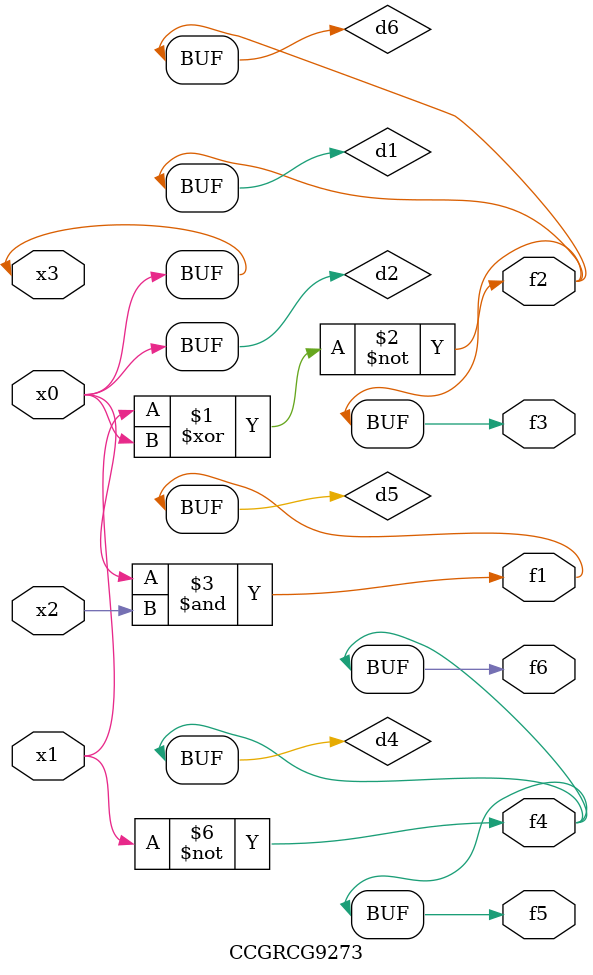
<source format=v>
module CCGRCG9273(
	input x0, x1, x2, x3,
	output f1, f2, f3, f4, f5, f6
);

	wire d1, d2, d3, d4, d5, d6;

	xnor (d1, x1, x3);
	buf (d2, x0, x3);
	nand (d3, x0, x2);
	not (d4, x1);
	nand (d5, d3);
	or (d6, d1);
	assign f1 = d5;
	assign f2 = d6;
	assign f3 = d6;
	assign f4 = d4;
	assign f5 = d4;
	assign f6 = d4;
endmodule

</source>
